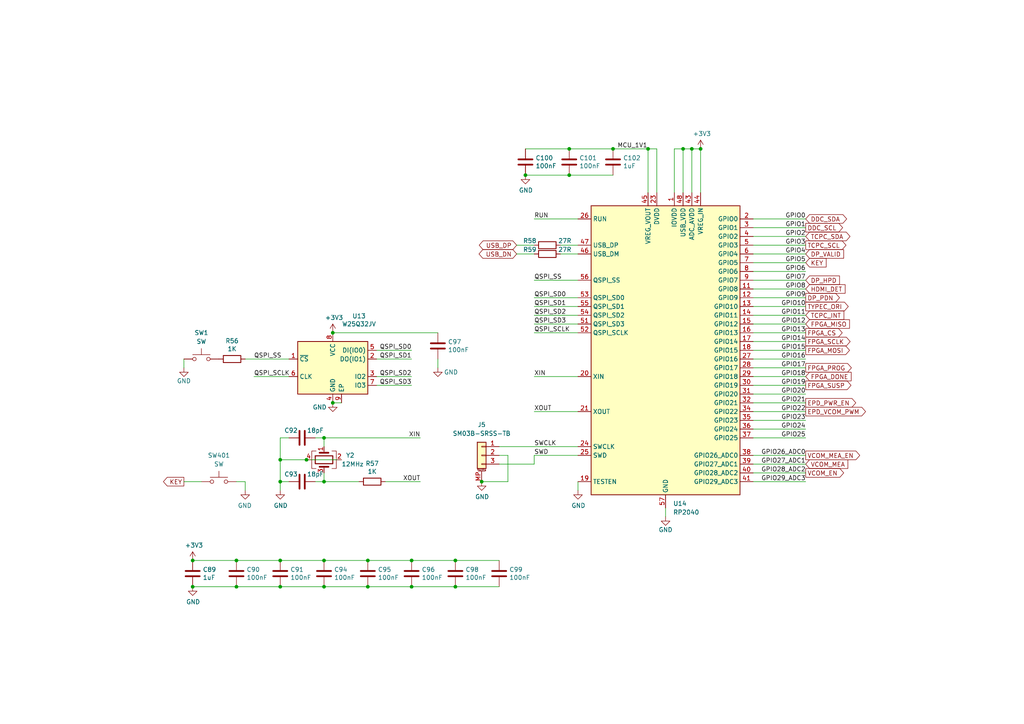
<source format=kicad_sch>
(kicad_sch (version 20230121) (generator eeschema)
  (paper "A4")
  (title_block (title "Caster EPDC") (date "2022-07-03") (rev "R0.4") (company "Copyright 2022 Modos / Engineer: Wenting Zhang"))
  (lib_symbols
    (symbol "Connector_Generic_MountingPin:Conn_01x03_MountingPin" (pin_names (offset 1.016) hide)
      (property "Reference" "J" (at 0 5.08 0))
      (property "Value" "Conn_01x03_MountingPin" (at 1.27 -5.08 0))
      (symbol "Conn_01x03_MountingPin_1_1"
        (rectangle (start -1.27 -2.413) (end 0 -2.667) (stroke (width 0.1524)))
        (rectangle (start -1.27 0.127) (end 0 -0.127) (stroke (width 0.1524)))
        (rectangle (start -1.27 2.667) (end 0 2.413) (stroke (width 0.1524)))
        (rectangle (start -1.27 3.81) (end 1.27 -3.81) (stroke (width 0.254)) (fill (type background)))
        (polyline (pts (xy -1.016 -4.572) (xy 1.016 -4.572)) (stroke (width 0.1524)))
        (text "Mounting" (at 0 -4.191 0) (effects (font (size 0.381 0.381))))
        (pin passive line (at -5.08 2.54 0) (length 3.81) (name "Pin_1") (number "1"))
        (pin passive line (at -5.08 0 0) (length 3.81) (name "Pin_2") (number "2"))
        (pin passive line (at -5.08 -2.54 0) (length 3.81) (name "Pin_3") (number "3"))
        (pin passive line (at 0 -7.62 90) (length 3.048) (name "MountPin") (number "MP"))
      )
    )
    (symbol "Device:C" (pin_numbers hide) (pin_names (offset 0.254))
      (property "Reference" "C" (at 0.635 2.54 0))
      (property "Value" "C" (at 0.635 -2.54 0))
      (symbol "C_0_1"
        (polyline (pts (xy -2.032 -0.762) (xy 2.032 -0.762)) (stroke (width 0.508)))
        (polyline (pts (xy -2.032 0.762) (xy 2.032 0.762)) (stroke (width 0.508)))
      )
      (symbol "C_1_1"
        (pin passive line (at 0 3.81 270) (length 2.794) (name "~") (number "1"))
        (pin passive line (at 0 -3.81 90) (length 2.794) (name "~") (number "2"))
      )
    )
    (symbol "Device:Crystal_GND24" (pin_names (offset 1.016) hide)
      (property "Reference" "Y" (at 3.175 5.08 0))
      (property "Value" "Crystal_GND24" (at 3.175 3.175 0))
      (symbol "Crystal_GND24_0_1"
        (rectangle (start -1.143 2.54) (end 1.143 -2.54) (stroke (width 0.3048)))
        (polyline (pts (xy -2.54 0) (xy -2.032 0)))
        (polyline (pts (xy -2.032 -1.27) (xy -2.032 1.27)) (stroke (width 0.508)))
        (polyline (pts (xy 0 -3.81) (xy 0 -3.556)))
        (polyline (pts (xy 0 3.556) (xy 0 3.81)))
        (polyline (pts (xy 2.032 -1.27) (xy 2.032 1.27)) (stroke (width 0.508)))
        (polyline (pts (xy 2.032 0) (xy 2.54 0)))
        (polyline (pts (xy -2.54 -2.286) (xy -2.54 -3.556) (xy 2.54 -3.556) (xy 2.54 -2.286)))
        (polyline (pts (xy -2.54 2.286) (xy -2.54 3.556) (xy 2.54 3.556) (xy 2.54 2.286)))
      )
      (symbol "Crystal_GND24_1_1"
        (pin passive line (at -3.81 0 0) (length 1.27) (name "1") (number "1"))
        (pin passive line (at 0 5.08 270) (length 1.27) (name "2") (number "2"))
        (pin passive line (at 3.81 0 180) (length 1.27) (name "3") (number "3"))
        (pin passive line (at 0 -5.08 90) (length 1.27) (name "4") (number "4"))
      )
    )
    (symbol "Device:R" (pin_numbers hide) (pin_names (offset 0))
      (property "Reference" "R" (at 2.032 0 90))
      (property "Value" "R" (at 0 0 90))
      (symbol "R_0_1"
        (rectangle (start -1.016 -2.54) (end 1.016 2.54) (stroke (width 0.254)))
      )
      (symbol "R_1_1"
        (pin passive line (at 0 3.81 270) (length 1.27) (name "~") (number "1"))
        (pin passive line (at 0 -3.81 90) (length 1.27) (name "~") (number "2"))
      )
    )
    (symbol "MCU_RaspberryPi:RP2040"
      (property "Reference" "U" (at 17.78 45.72 0))
      (property "Value" "RP2040" (at 17.78 43.18 0))
      (symbol "RP2040_0_1"
        (rectangle (start -21.59 41.91) (end 21.59 -41.91) (stroke (width 0.254)) (fill (type background)))
      )
      (symbol "RP2040_1_1"
        (pin power_in line (at 2.54 45.72 270) (length 3.81) (name "IOVDD") (number "1"))
        (pin passive line (at 2.54 45.72 270) (length 3.81) hide (name "IOVDD") (number "10"))
        (pin bidirectional line (at 25.4 17.78 180) (length 3.81) (name "GPIO8") (number "11"))
        (pin bidirectional line (at 25.4 15.24 180) (length 3.81) (name "GPIO9") (number "12"))
        (pin bidirectional line (at 25.4 12.7 180) (length 3.81) (name "GPIO10") (number "13"))
        (pin bidirectional line (at 25.4 10.16 180) (length 3.81) (name "GPIO11") (number "14"))
        (pin bidirectional line (at 25.4 7.62 180) (length 3.81) (name "GPIO12") (number "15"))
        (pin bidirectional line (at 25.4 5.08 180) (length 3.81) (name "GPIO13") (number "16"))
        (pin bidirectional line (at 25.4 2.54 180) (length 3.81) (name "GPIO14") (number "17"))
        (pin bidirectional line (at 25.4 0 180) (length 3.81) (name "GPIO15") (number "18"))
        (pin input line (at -25.4 -38.1 0) (length 3.81) (name "TESTEN") (number "19"))
        (pin bidirectional line (at 25.4 38.1 180) (length 3.81) (name "GPIO0") (number "2"))
        (pin input line (at -25.4 -7.62 0) (length 3.81) (name "XIN") (number "20"))
        (pin passive line (at -25.4 -17.78 0) (length 3.81) (name "XOUT") (number "21"))
        (pin passive line (at 2.54 45.72 270) (length 3.81) hide (name "IOVDD") (number "22"))
        (pin power_in line (at -2.54 45.72 270) (length 3.81) (name "DVDD") (number "23"))
        (pin input line (at -25.4 -27.94 0) (length 3.81) (name "SWCLK") (number "24"))
        (pin bidirectional line (at -25.4 -30.48 0) (length 3.81) (name "SWD") (number "25"))
        (pin input line (at -25.4 38.1 0) (length 3.81) (name "RUN") (number "26"))
        (pin bidirectional line (at 25.4 -2.54 180) (length 3.81) (name "GPIO16") (number "27"))
        (pin bidirectional line (at 25.4 -5.08 180) (length 3.81) (name "GPIO17") (number "28"))
        (pin bidirectional line (at 25.4 -7.62 180) (length 3.81) (name "GPIO18") (number "29"))
        (pin bidirectional line (at 25.4 35.56 180) (length 3.81) (name "GPIO1") (number "3"))
        (pin bidirectional line (at 25.4 -10.16 180) (length 3.81) (name "GPIO19") (number "30"))
        (pin bidirectional line (at 25.4 -12.7 180) (length 3.81) (name "GPIO20") (number "31"))
        (pin bidirectional line (at 25.4 -15.24 180) (length 3.81) (name "GPIO21") (number "32"))
        (pin passive line (at 2.54 45.72 270) (length 3.81) hide (name "IOVDD") (number "33"))
        (pin bidirectional line (at 25.4 -17.78 180) (length 3.81) (name "GPIO22") (number "34"))
        (pin bidirectional line (at 25.4 -20.32 180) (length 3.81) (name "GPIO23") (number "35"))
        (pin bidirectional line (at 25.4 -22.86 180) (length 3.81) (name "GPIO24") (number "36"))
        (pin bidirectional line (at 25.4 -25.4 180) (length 3.81) (name "GPIO25") (number "37"))
        (pin bidirectional line (at 25.4 -30.48 180) (length 3.81) (name "GPIO26_ADC0") (number "38"))
        (pin bidirectional line (at 25.4 -33.02 180) (length 3.81) (name "GPIO27_ADC1") (number "39"))
        (pin bidirectional line (at 25.4 33.02 180) (length 3.81) (name "GPIO2") (number "4"))
        (pin bidirectional line (at 25.4 -35.56 180) (length 3.81) (name "GPIO28_ADC2") (number "40"))
        (pin bidirectional line (at 25.4 -38.1 180) (length 3.81) (name "GPIO29_ADC3") (number "41"))
        (pin passive line (at 2.54 45.72 270) (length 3.81) hide (name "IOVDD") (number "42"))
        (pin power_in line (at 7.62 45.72 270) (length 3.81) (name "ADC_AVDD") (number "43"))
        (pin power_in line (at 10.16 45.72 270) (length 3.81) (name "VREG_IN") (number "44"))
        (pin power_out line (at -5.08 45.72 270) (length 3.81) (name "VREG_VOUT") (number "45"))
        (pin bidirectional line (at -25.4 27.94 0) (length 3.81) (name "USB_DM") (number "46"))
        (pin bidirectional line (at -25.4 30.48 0) (length 3.81) (name "USB_DP") (number "47"))
        (pin power_in line (at 5.08 45.72 270) (length 3.81) (name "USB_VDD") (number "48"))
        (pin passive line (at 2.54 45.72 270) (length 3.81) hide (name "IOVDD") (number "49"))
        (pin bidirectional line (at 25.4 30.48 180) (length 3.81) (name "GPIO3") (number "5"))
        (pin passive line (at -2.54 45.72 270) (length 3.81) hide (name "DVDD") (number "50"))
        (pin bidirectional line (at -25.4 7.62 0) (length 3.81) (name "QSPI_SD3") (number "51"))
        (pin output line (at -25.4 5.08 0) (length 3.81) (name "QSPI_SCLK") (number "52"))
        (pin bidirectional line (at -25.4 15.24 0) (length 3.81) (name "QSPI_SD0") (number "53"))
        (pin bidirectional line (at -25.4 10.16 0) (length 3.81) (name "QSPI_SD2") (number "54"))
        (pin bidirectional line (at -25.4 12.7 0) (length 3.81) (name "QSPI_SD1") (number "55"))
        (pin bidirectional line (at -25.4 20.32 0) (length 3.81) (name "QSPI_SS") (number "56"))
        (pin power_in line (at 0 -45.72 90) (length 3.81) (name "GND") (number "57"))
        (pin bidirectional line (at 25.4 27.94 180) (length 3.81) (name "GPIO4") (number "6"))
        (pin bidirectional line (at 25.4 25.4 180) (length 3.81) (name "GPIO5") (number "7"))
        (pin bidirectional line (at 25.4 22.86 180) (length 3.81) (name "GPIO6") (number "8"))
        (pin bidirectional line (at 25.4 20.32 180) (length 3.81) (name "GPIO7") (number "9"))
      )
    )
    (symbol "Memory_Flash:W25Q32JVZP"
      (property "Reference" "U" (at -8.89 8.89 0))
      (property "Value" "W25Q32JVZP" (at 7.62 8.89 0))
      (symbol "W25Q32JVZP_0_1"
        (rectangle (start -10.16 7.62) (end 10.16 -7.62) (stroke (width 0.254)) (fill (type background)))
      )
      (symbol "W25Q32JVZP_1_1"
        (pin input line (at -12.7 2.54 0) (length 2.54) (name "~{CS}") (number "1"))
        (pin bidirectional line (at 12.7 2.54 180) (length 2.54) (name "DO(IO1)") (number "2"))
        (pin bidirectional line (at 12.7 -2.54 180) (length 2.54) (name "IO2") (number "3"))
        (pin power_in line (at 0 -10.16 90) (length 2.54) (name "GND") (number "4"))
        (pin bidirectional line (at 12.7 5.08 180) (length 2.54) (name "DI(IO0)") (number "5"))
        (pin input line (at -12.7 -2.54 0) (length 2.54) (name "CLK") (number "6"))
        (pin bidirectional line (at 12.7 -5.08 180) (length 2.54) (name "IO3") (number "7"))
        (pin power_in line (at 0 10.16 270) (length 2.54) (name "VCC") (number "8"))
        (pin passive line (at 2.54 -10.16 90) (length 2.54) (name "EP") (number "9"))
      )
    )
    (symbol "Switch:SW_Push" (pin_numbers hide) (pin_names (offset 1.016) hide)
      (property "Reference" "SW" (at 1.27 2.54 0))
      (property "Value" "SW_Push" (at 0 -1.524 0))
      (symbol "SW_Push_0_1"
        (circle (center -2.032 0) (radius 0.508))
        (polyline (pts (xy 0 1.27) (xy 0 3.048)))
        (polyline (pts (xy 2.54 1.27) (xy -2.54 1.27)))
        (circle (center 2.032 0) (radius 0.508))
        (pin passive line (at -5.08 0 0) (length 2.54) (name "1") (number "1"))
        (pin passive line (at 5.08 0 180) (length 2.54) (name "2") (number "2"))
      )
    )
    (symbol "power:+3V3" (power) (pin_names (offset 0))
      (property "Value" "+3V3" (at 0 3.556 0))
      (symbol "+3V3_0_1"
        (polyline (pts (xy -0.762 1.27) (xy 0 2.54)))
        (polyline (pts (xy 0 0) (xy 0 2.54)))
        (polyline (pts (xy 0 2.54) (xy 0.762 1.27)))
      )
      (symbol "+3V3_1_1"
        (pin power_in line (at 0 0 90) (length 0) hide (name "+3V3") (number "1"))
      )
    )
    (symbol "power:GND" (power) (pin_names (offset 0))
      (property "Value" "GND" (at 0 -3.81 0))
      (symbol "GND_0_1"
        (polyline (pts (xy 0 0) (xy 0 -1.27) (xy 1.27 -1.27) (xy 0 -2.54) (xy -1.27 -1.27) (xy 0 -1.27)))
      )
      (symbol "GND_1_1"
        (pin power_in line (at 0 0 270) (length 0) hide (name "GND") (number "1"))
      )
    )
  )
  (junction (at 139.7 139.7))
  (junction (at 187.96 43.18) (diameter 0.9144))
  (junction (at 81.28 170.18) (diameter 0.9144))
  (junction (at 177.8 43.18))
  (junction (at 119.38 170.18) (diameter 0.9144))
  (junction (at 152.4 50.8))
  (junction (at 93.98 139.7) (diameter 0.9144))
  (junction (at 93.98 162.56) (diameter 0.9144))
  (junction (at 132.08 162.56) (diameter 0.9144))
  (junction (at 106.68 170.18) (diameter 0.9144))
  (junction (at 88.9 133.35) (diameter 0.9144))
  (junction (at 55.88 170.18) (diameter 0.9144))
  (junction (at 119.38 162.56) (diameter 0.9144))
  (junction (at 93.98 127) (diameter 0.9144))
  (junction (at 96.52 96.52))
  (junction (at 68.58 162.56) (diameter 0.9144))
  (junction (at 165.1 50.8) (diameter 0.9144))
  (junction (at 68.58 170.18) (diameter 0.9144))
  (junction (at 81.28 133.35) (diameter 0.9144))
  (junction (at 81.28 139.7) (diameter 0.9144))
  (junction (at 203.2 43.18) (diameter 0.9144))
  (junction (at 165.1 43.18) (diameter 0.9144))
  (junction (at 198.12 43.18))
  (junction (at 81.28 162.56) (diameter 0.9144))
  (junction (at 106.68 162.56) (diameter 0.9144))
  (junction (at 200.66 43.18))
  (junction (at 93.98 170.18) (diameter 0.9144))
  (junction (at 132.08 170.18) (diameter 0.9144))
  (junction (at 55.88 162.56) (diameter 0.9144))
  (junction (at 96.52 116.84))
  (wire (pts (xy 218.44 66.04) (xy 233.68 66.04)))
  (wire (pts (xy 127 104.14) (xy 127 106.68)))
  (wire (pts (xy 152.4 43.18) (xy 165.1 43.18)))
  (wire (pts (xy 218.44 127) (xy 233.68 127)))
  (wire (pts (xy 144.78 132.08) (xy 147.32 132.08)))
  (wire (pts (xy 198.12 43.18) (xy 200.66 43.18)))
  (wire (pts (xy 93.98 129.54) (xy 93.98 127)))
  (wire (pts (xy 144.78 134.62) (xy 154.94 134.62)))
  (wire (pts (xy 149.86 73.66) (xy 154.94 73.66)))
  (wire (pts (xy 167.64 81.28) (xy 154.94 81.28)))
  (wire (pts (xy 53.34 139.7) (xy 58.42 139.7)))
  (wire (pts (xy 203.2 43.18) (xy 203.2 55.88)))
  (wire (pts (xy 200.66 55.88) (xy 200.66 43.18)))
  (wire (pts (xy 96.52 116.84) (xy 99.06 116.84)))
  (wire (pts (xy 111.76 139.7) (xy 121.92 139.7)))
  (wire (pts (xy 106.68 170.18) (xy 119.38 170.18)))
  (wire (pts (xy 81.28 139.7) (xy 83.82 139.7)))
  (wire (pts (xy 167.64 132.08) (xy 154.94 132.08)))
  (wire (pts (xy 93.98 139.7) (xy 91.44 139.7)))
  (wire (pts (xy 187.96 43.18) (xy 187.96 55.88)))
  (wire (pts (xy 81.28 139.7) (xy 81.28 142.24)))
  (wire (pts (xy 218.44 73.66) (xy 233.68 73.66)))
  (wire (pts (xy 190.5 43.18) (xy 187.96 43.18)))
  (wire (pts (xy 167.64 139.7) (xy 167.64 142.24)))
  (wire (pts (xy 167.64 119.38) (xy 154.94 119.38)))
  (wire (pts (xy 218.44 111.76) (xy 233.68 111.76)))
  (wire (pts (xy 218.44 93.98) (xy 233.68 93.98)))
  (wire (pts (xy 109.22 104.14) (xy 119.38 104.14)))
  (wire (pts (xy 152.4 50.8) (xy 165.1 50.8)))
  (wire (pts (xy 198.12 55.88) (xy 198.12 43.18)))
  (wire (pts (xy 81.28 162.56) (xy 93.98 162.56)))
  (wire (pts (xy 91.44 127) (xy 93.98 127)))
  (wire (pts (xy 218.44 114.3) (xy 233.68 114.3)))
  (wire (pts (xy 93.98 127) (xy 121.92 127)))
  (wire (pts (xy 218.44 71.12) (xy 233.68 71.12)))
  (wire (pts (xy 154.94 63.5) (xy 167.64 63.5)))
  (wire (pts (xy 81.28 127) (xy 81.28 133.35)))
  (wire (pts (xy 99.06 133.35) (xy 88.9 133.35)))
  (wire (pts (xy 218.44 78.74) (xy 233.68 78.74)))
  (wire (pts (xy 81.28 133.35) (xy 88.9 133.35)))
  (wire (pts (xy 53.34 104.14) (xy 53.34 106.68)))
  (wire (pts (xy 132.08 170.18) (xy 144.78 170.18)))
  (wire (pts (xy 144.78 129.54) (xy 167.64 129.54)))
  (wire (pts (xy 106.68 162.56) (xy 119.38 162.56)))
  (wire (pts (xy 218.44 83.82) (xy 233.68 83.82)))
  (wire (pts (xy 93.98 137.16) (xy 93.98 139.7)))
  (wire (pts (xy 132.08 162.56) (xy 144.78 162.56)))
  (wire (pts (xy 165.1 50.8) (xy 177.8 50.8)))
  (wire (pts (xy 154.94 109.22) (xy 167.64 109.22)))
  (wire (pts (xy 154.94 93.98) (xy 167.64 93.98)))
  (wire (pts (xy 193.04 147.32) (xy 193.04 149.86)))
  (wire (pts (xy 147.32 139.7) (xy 139.7 139.7)))
  (wire (pts (xy 218.44 76.2) (xy 233.68 76.2)))
  (wire (pts (xy 154.94 134.62) (xy 154.94 132.08)))
  (wire (pts (xy 162.56 71.12) (xy 167.64 71.12)))
  (wire (pts (xy 218.44 99.06) (xy 233.68 99.06)))
  (wire (pts (xy 218.44 134.62) (xy 233.68 134.62)))
  (wire (pts (xy 68.58 162.56) (xy 81.28 162.56)))
  (wire (pts (xy 218.44 63.5) (xy 233.68 63.5)))
  (wire (pts (xy 218.44 68.58) (xy 233.68 68.58)))
  (wire (pts (xy 165.1 43.18) (xy 177.8 43.18)))
  (wire (pts (xy 218.44 104.14) (xy 233.68 104.14)))
  (wire (pts (xy 218.44 119.38) (xy 233.68 119.38)))
  (wire (pts (xy 83.82 127) (xy 81.28 127)))
  (wire (pts (xy 218.44 96.52) (xy 233.68 96.52)))
  (wire (pts (xy 93.98 170.18) (xy 106.68 170.18)))
  (wire (pts (xy 119.38 162.56) (xy 132.08 162.56)))
  (wire (pts (xy 195.58 43.18) (xy 198.12 43.18)))
  (wire (pts (xy 190.5 55.88) (xy 190.5 43.18)))
  (wire (pts (xy 218.44 121.92) (xy 233.68 121.92)))
  (wire (pts (xy 177.8 43.18) (xy 187.96 43.18)))
  (wire (pts (xy 55.88 170.18) (xy 68.58 170.18)))
  (wire (pts (xy 93.98 162.56) (xy 106.68 162.56)))
  (wire (pts (xy 218.44 132.08) (xy 233.68 132.08)))
  (wire (pts (xy 218.44 137.16) (xy 233.68 137.16)))
  (wire (pts (xy 71.12 139.7) (xy 71.12 142.24)))
  (wire (pts (xy 218.44 124.46) (xy 233.68 124.46)))
  (wire (pts (xy 104.14 139.7) (xy 93.98 139.7)))
  (wire (pts (xy 167.64 96.52) (xy 154.94 96.52)))
  (wire (pts (xy 218.44 139.7) (xy 233.68 139.7)))
  (wire (pts (xy 149.86 71.12) (xy 154.94 71.12)))
  (wire (pts (xy 55.88 162.56) (xy 68.58 162.56)))
  (wire (pts (xy 218.44 86.36) (xy 233.68 86.36)))
  (wire (pts (xy 109.22 101.6) (xy 119.38 101.6)))
  (wire (pts (xy 96.52 96.52) (xy 127 96.52)))
  (wire (pts (xy 218.44 109.22) (xy 233.68 109.22)))
  (wire (pts (xy 218.44 116.84) (xy 233.68 116.84)))
  (wire (pts (xy 109.22 109.22) (xy 119.38 109.22)))
  (wire (pts (xy 73.66 109.22) (xy 83.82 109.22)))
  (wire (pts (xy 71.12 104.14) (xy 83.82 104.14)))
  (wire (pts (xy 154.94 86.36) (xy 167.64 86.36)))
  (wire (pts (xy 162.56 73.66) (xy 167.64 73.66)))
  (wire (pts (xy 81.28 170.18) (xy 93.98 170.18)))
  (wire (pts (xy 218.44 88.9) (xy 233.68 88.9)))
  (wire (pts (xy 81.28 133.35) (xy 81.28 139.7)))
  (wire (pts (xy 147.32 132.08) (xy 147.32 139.7)))
  (wire (pts (xy 218.44 106.68) (xy 233.68 106.68)))
  (wire (pts (xy 218.44 101.6) (xy 233.68 101.6)))
  (wire (pts (xy 195.58 43.18) (xy 195.58 55.88)))
  (wire (pts (xy 68.58 170.18) (xy 81.28 170.18)))
  (wire (pts (xy 218.44 81.28) (xy 233.68 81.28)))
  (wire (pts (xy 200.66 43.18) (xy 203.2 43.18)))
  (wire (pts (xy 119.38 170.18) (xy 132.08 170.18)))
  (wire (pts (xy 68.58 139.7) (xy 71.12 139.7)))
  (wire (pts (xy 154.94 91.44) (xy 167.64 91.44)))
  (wire (pts (xy 109.22 111.76) (xy 119.38 111.76)))
  (wire (pts (xy 154.94 88.9) (xy 167.64 88.9)))
  (wire (pts (xy 218.44 91.44) (xy 233.68 91.44)))
  (label "XIN" (at 121.92 127 180))
  (label "QSPI_SD2" (at 119.38 109.22 180))
  (label "QSPI_SD0" (at 154.94 86.36 0))
  (label "GPIO4" (at 233.68 73.66 180))
  (label "QSPI_SD3" (at 119.38 111.76 180))
  (label "XOUT" (at 121.92 139.7 180))
  (label "GPIO27_ADC1" (at 233.68 134.62 180))
  (label "GPIO13" (at 233.68 96.52 180))
  (label "QSPI_SD0" (at 119.38 101.6 180))
  (label "GPIO23" (at 233.68 121.92 180))
  (label "QSPI_SS" (at 73.66 104.14 0))
  (label "GPIO11" (at 233.68 91.44 180))
  (label "GPIO20" (at 233.68 114.3 180))
  (label "XIN" (at 154.94 109.22 0))
  (label "GPIO14" (at 233.68 99.06 180))
  (label "QSPI_SD1" (at 154.94 88.9 0))
  (label "GPIO5" (at 233.68 76.2 180))
  (label "GPIO16" (at 233.68 104.14 180))
  (label "GPIO26_ADC0" (at 233.68 132.08 180))
  (label "GPIO0" (at 233.68 63.5 180))
  (label "GPIO9" (at 233.68 86.36 180))
  (label "GPIO7" (at 233.68 81.28 180))
  (label "XOUT" (at 154.94 119.38 0))
  (label "QSPI_SCLK" (at 73.66 109.22 0))
  (label "GPIO21" (at 233.68 116.84 180))
  (label "GPIO22" (at 233.68 119.38 180))
  (label "QSPI_SD1" (at 119.38 104.14 180))
  (label "SWCLK" (at 154.94 129.54 0))
  (label "GPIO18" (at 233.68 109.22 180))
  (label "GPIO6" (at 233.68 78.74 180))
  (label "SWD" (at 154.94 132.08 0))
  (label "RUN" (at 154.94 63.5 0))
  (label "GPIO15" (at 233.68 101.6 180))
  (label "GPIO10" (at 233.68 88.9 180))
  (label "QSPI_SS" (at 154.94 81.28 0))
  (label "GPIO12" (at 233.68 93.98 180))
  (label "GPIO19" (at 233.68 111.76 180))
  (label "GPIO24" (at 233.68 124.46 180))
  (label "QSPI_SD2" (at 154.94 91.44 0))
  (label "GPIO8" (at 233.68 83.82 180))
  (label "QSPI_SCLK" (at 154.94 96.52 0))
  (label "QSPI_SD3" (at 154.94 93.98 0))
  (label "GPIO17" (at 233.68 106.68 180))
  (label "MCU_1V1" (at 179.07 43.18 0))
  (label "GPIO1" (at 233.68 66.04 180))
  (label "GPIO28_ADC2" (at 233.68 137.16 180))
  (label "GPIO2" (at 233.68 68.58 180))
  (label "GPIO3" (at 233.68 71.12 180))
  (label "GPIO29_ADC3" (at 233.68 139.7 180))
  (label "GPIO25" (at 233.68 127 180))
  (global_label "DP_VALID" (shape input) (at 233.68 73.66 0) (property "Intersheetrefs" "${INTERSHEET_REFS}" (effects hide)))
  (global_label "VCOM_MEA_EN" (shape output) (at 233.68 132.08 0) (property "Intersheetrefs" "${INTERSHEET_REFS}" (effects hide)))
  (global_label "TCPC_SDA" (shape bidirectional) (at 233.68 68.58 0) (property "Intersheetrefs" "${INTERSHEET_REFS}" (effects hide)))
  (global_label "DDC_SCL" (shape output) (at 233.68 66.04 0) (property "Intersheetrefs" "${INTERSHEET_REFS}" (effects hide)))
  (global_label "TCPC_INT" (shape input) (at 233.68 91.44 0) (property "Intersheetrefs" "${INTERSHEET_REFS}" (effects hide)))
  (global_label "FPGA_MISO" (shape input) (at 233.68 93.98 0) (property "Intersheetrefs" "${INTERSHEET_REFS}" (effects hide)))
  (global_label "TYPEC_ORI" (shape output) (at 233.68 88.9 0) (property "Intersheetrefs" "${INTERSHEET_REFS}" (effects hide)))
  (global_label "FPGA_CS" (shape output) (at 233.68 96.52 0) (property "Intersheetrefs" "${INTERSHEET_REFS}" (effects hide)))
  (global_label "KEY" (shape output) (at 53.34 139.7 180) (property "Intersheetrefs" "${INTERSHEET_REFS}" (effects hide)))
  (global_label "FPGA_SUSP" (shape output) (at 233.68 111.76 0) (property "Intersheetrefs" "${INTERSHEET_REFS}" (effects hide)))
  (global_label "TCPC_SCL" (shape output) (at 233.68 71.12 0) (property "Intersheetrefs" "${INTERSHEET_REFS}" (effects hide)))
  (global_label "HDMI_DET" (shape input) (at 233.68 83.82 0) (property "Intersheetrefs" "${INTERSHEET_REFS}" (effects hide)))
  (global_label "FPGA_SCLK" (shape output) (at 233.68 99.06 0) (property "Intersheetrefs" "${INTERSHEET_REFS}" (effects hide)))
  (global_label "USB_DP" (shape bidirectional) (at 149.86 71.12 180) (property "Intersheetrefs" "${INTERSHEET_REFS}" (effects hide)))
  (global_label "DDC_SDA" (shape bidirectional) (at 233.68 63.5 0) (property "Intersheetrefs" "${INTERSHEET_REFS}" (effects hide)))
  (global_label "KEY" (shape input) (at 233.68 76.2 0) (property "Intersheetrefs" "${INTERSHEET_REFS}" (effects hide)))
  (global_label "EPD_PWR_EN" (shape output) (at 233.68 116.84 0) (property "Intersheetrefs" "${INTERSHEET_REFS}" (effects hide)))
  (global_label "USB_DN" (shape bidirectional) (at 149.86 73.66 180) (property "Intersheetrefs" "${INTERSHEET_REFS}" (effects hide)))
  (global_label "FPGA_PROG" (shape output) (at 233.68 106.68 0) (property "Intersheetrefs" "${INTERSHEET_REFS}" (effects hide)))
  (global_label "FPGA_DONE" (shape input) (at 233.68 109.22 0) (property "Intersheetrefs" "${INTERSHEET_REFS}" (effects hide)))
  (global_label "FPGA_MOSI" (shape output) (at 233.68 101.6 0) (property "Intersheetrefs" "${INTERSHEET_REFS}" (effects hide)))
  (global_label "DP_PDN" (shape output) (at 233.68 86.36 0) (property "Intersheetrefs" "${INTERSHEET_REFS}" (effects hide)))
  (global_label "DP_HPD" (shape input) (at 233.68 81.28 0) (property "Intersheetrefs" "${INTERSHEET_REFS}" (effects hide)))
  (global_label "VCOM_MEA" (shape input) (at 233.68 134.62 0) (property "Intersheetrefs" "${INTERSHEET_REFS}" (effects hide)))
  (global_label "EPD_VCOM_PWM" (shape output) (at 233.68 119.38 0) (property "Intersheetrefs" "${INTERSHEET_REFS}" (effects hide)))
  (global_label "VCOM_EN" (shape output) (at 233.68 137.16 0) (property "Intersheetrefs" "${INTERSHEET_REFS}" (effects hide)))
  (symbol (lib_id "Device:C") (at 81.28 166.37 0) (unit 1)
    (property "Reference" "C91" (at 84.201 165.2016 0) (effects (justify left)))
    (property "Value" "100nF" (at 84.201 167.513 0) (effects (justify left)))
    (property "Footprint" "Capacitor_SMD:C_0402_1005Metric" (effects hide))
  )
  (symbol (lib_id "power:GND") (at 152.4 50.8 0) (unit 1)
    (property "Reference" "#PWR0137" (effects hide))
    (property "Value" "GND" (at 152.527 55.1942 0))
  )
  (symbol (lib_id "Switch:SW_Push") (at 58.42 104.14 0) (mirror y) (unit 1)
    (property "Reference" "SW1" (at 58.42 96.52 0))
    (property "Value" "SW" (at 58.42 99.06 0))
    (property "Footprint" "Button_Switch_SMD:Panasonic_EVQPUL_EVQPUC" (effects hide))
  )
  (symbol (lib_id "power:GND") (at 167.64 142.24 0) (unit 1)
    (property "Reference" "#PWR0138" (effects hide))
    (property "Value" "GND" (at 167.767 146.6342 0))
  )
  (symbol (lib_id "Device:R") (at 107.95 139.7 270) (unit 1)
    (property "Reference" "R57" (at 107.95 134.4422 90))
    (property "Value" "1K" (at 107.95 136.7536 90))
    (property "Footprint" "Resistor_SMD:R_0402_1005Metric" (effects hide))
  )
  (symbol (lib_id "power:+3V3") (at 203.2 43.18 0) (unit 1)
    (property "Reference" "#PWR0140" (effects hide))
    (property "Value" "+3V3" (at 203.581 38.7858 0))
  )
  (symbol (lib_id "Device:C") (at 93.98 166.37 0) (unit 1)
    (property "Reference" "C94" (at 96.901 165.2016 0) (effects (justify left)))
    (property "Value" "100nF" (at 96.901 167.513 0) (effects (justify left)))
    (property "Footprint" "Capacitor_SMD:C_0402_1005Metric" (effects hide))
  )
  (symbol (lib_id "power:GND") (at 81.28 142.24 0) (unit 1)
    (property "Reference" "#PWR0133" (effects hide))
    (property "Value" "GND" (at 81.407 146.6342 0))
  )
  (symbol (lib_id "Device:C") (at 119.38 166.37 0) (unit 1)
    (property "Reference" "C96" (at 122.301 165.2016 0) (effects (justify left)))
    (property "Value" "100nF" (at 122.301 167.513 0) (effects (justify left)))
    (property "Footprint" "Capacitor_SMD:C_0402_1005Metric" (effects hide))
  )
  (symbol (lib_id "Device:C") (at 68.58 166.37 0) (unit 1)
    (property "Reference" "C90" (at 71.501 165.2016 0) (effects (justify left)))
    (property "Value" "100nF" (at 71.501 167.513 0) (effects (justify left)))
    (property "Footprint" "Capacitor_SMD:C_0402_1005Metric" (effects hide))
  )
  (symbol (lib_id "Device:C") (at 55.88 166.37 0) (unit 1)
    (property "Reference" "C89" (at 58.801 165.202 0) (effects (justify left)))
    (property "Value" "1uF" (at 58.801 167.513 0) (effects (justify left)))
    (property "Footprint" "Capacitor_SMD:C_0402_1005Metric" (effects hide))
  )
  (symbol (lib_id "power:GND") (at 193.04 149.86 0) (unit 1)
    (property "Reference" "#PWR0139" (effects hide))
    (property "Value" "GND" (at 193.04 153.67 0))
  )
  (symbol (lib_id "Device:C") (at 165.1 46.99 0) (unit 1)
    (property "Reference" "C101" (at 168.021 45.8216 0) (effects (justify left)))
    (property "Value" "100nF" (at 168.021 48.133 0) (effects (justify left)))
    (property "Footprint" "Capacitor_SMD:C_0402_1005Metric" (effects hide))
  )
  (symbol (lib_id "Device:C") (at 127 100.33 0) (unit 1)
    (property "Reference" "C97" (at 129.921 99.1616 0) (effects (justify left)))
    (property "Value" "100nF" (at 129.921 101.473 0) (effects (justify left)))
    (property "Footprint" "Capacitor_SMD:C_0402_1005Metric" (effects hide))
  )
  (symbol (lib_id "power:GND") (at 53.34 106.68 0) (unit 1)
    (property "Reference" "#PWR0129" (effects hide))
    (property "Value" "GND" (at 53.34 110.49 0))
  )
  (symbol (lib_id "Device:R") (at 158.75 73.66 90) (mirror x) (unit 1)
    (property "Reference" "R59" (at 153.67 72.39 90))
    (property "Value" "27R" (at 163.83 72.39 90))
    (property "Footprint" "Resistor_SMD:R_0402_1005Metric" (effects hide))
  )
  (symbol (lib_id "Device:C") (at 132.08 166.37 0) (unit 1)
    (property "Reference" "C98" (at 135.001 165.2016 0) (effects (justify left)))
    (property "Value" "100nF" (at 135.001 167.513 0) (effects (justify left)))
    (property "Footprint" "Capacitor_SMD:C_0402_1005Metric" (effects hide))
  )
  (symbol (lib_id "power:+3V3") (at 55.88 162.56 0) (unit 1)
    (property "Reference" "#PWR0130" (effects hide))
    (property "Value" "+3V3" (at 56.261 158.1658 0))
  )
  (symbol (lib_id "Device:C") (at 106.68 166.37 0) (unit 1)
    (property "Reference" "C95" (at 109.601 165.2016 0) (effects (justify left)))
    (property "Value" "100nF" (at 109.601 167.513 0) (effects (justify left)))
    (property "Footprint" "Capacitor_SMD:C_0402_1005Metric" (effects hide))
  )
  (symbol (lib_id "Device:C") (at 87.63 127 270) (unit 1)
    (property "Reference" "C92" (at 82.4484 124.841 90) (effects (justify left)))
    (property "Value" "18pF" (at 89.027 124.841 90) (effects (justify left)))
    (property "Footprint" "Capacitor_SMD:C_0402_1005Metric" (effects hide))
  )
  (symbol (lib_id "power:GND") (at 127 106.68 0) (unit 1)
    (property "Reference" "#PWR0136" (effects hide))
    (property "Value" "GND" (at 130.81 107.95 0))
  )
  (symbol (lib_id "power:GND") (at 71.12 142.24 0) (mirror y) (unit 1)
    (property "Reference" "#PWR0463" (effects hide))
    (property "Value" "GND" (at 70.993 146.6342 0))
    (instances (project "pcb" (path "" (reference "#PWR0463") (unit 1)) (path "" (reference "#PWR0132") (unit 1))))
  )
  (symbol (lib_id "Device:R") (at 67.31 104.14 270) (unit 1)
    (property "Reference" "R56" (at 67.31 98.8822 90))
    (property "Value" "1K" (at 67.31 101.1936 90))
    (property "Footprint" "Resistor_SMD:R_0402_1005Metric" (effects hide))
  )
  (symbol (lib_id "Device:C") (at 177.8 46.99 0) (unit 1)
    (property "Reference" "C102" (at 180.721 45.8216 0) (effects (justify left)))
    (property "Value" "1uF" (at 180.721 48.133 0) (effects (justify left)))
    (property "Footprint" "Capacitor_SMD:C_0402_1005Metric" (effects hide))
  )
  (symbol (lib_id "power:GND") (at 55.88 170.18 0) (unit 1)
    (property "Reference" "#PWR0131" (effects hide))
    (property "Value" "GND" (at 56.007 174.5742 0))
  )
  (symbol (lib_id "power:GND") (at 139.7 139.7 0) (unit 1)
    (property "Reference" "#PWR0144" (effects hide))
    (property "Value" "GND" (at 139.827 144.0942 0))
  )
  (symbol (lib_id "Switch:SW_Push") (at 63.5 139.7 0) (unit 1)
    (property "Reference" "SW401" (at 63.5 132.08 0))
    (property "Value" "SW" (at 63.5 134.62 0))
    (property "Footprint" "Button_Switch_SMD:Panasonic_EVQPUL_EVQPUC" (effects hide))
    (instances (project "pcb" (path "" (reference "SW401") (unit 1)) (path "" (reference "SW2") (unit 1))))
  )
  (symbol (lib_id "Memory_Flash:W25Q32JVZP") (at 96.52 106.68 0) (unit 1)
    (property "Reference" "U13" (at 104.14 91.669 0))
    (property "Value" "W25Q32JV" (at 104.14 93.98 0))
    (property "Footprint" "Package_SON:WSON-8-1EP_6x5mm_P1.27mm_EP3.4x4.3mm" (effects hide))
    (property "Datasheet" "http://www.winbond.com/resource-files/w25q32jv%20revg%2003272018%20plus.pdf" (effects hide))
    (property "LCSC" "C571260" (effects hide))
    (property "Ref.Price" "0.9559" (effects hide))
  )
  (symbol (lib_id "power:+3V3") (at 96.52 96.52 0) (unit 1)
    (property "Reference" "#PWR0134" (effects hide))
    (property "Value" "+3V3" (at 96.901 92.1258 0))
  )
  (symbol (lib_id "Device:C") (at 87.63 139.7 270) (unit 1)
    (property "Reference" "C93" (at 82.4484 137.541 90) (effects (justify left)))
    (property "Value" "18pF" (at 89.027 137.541 90) (effects (justify left)))
    (property "Footprint" "Capacitor_SMD:C_0402_1005Metric" (effects hide))
  )
  (symbol (lib_id "power:GND") (at 96.52 116.84 0) (unit 1)
    (property "Reference" "#PWR0135" (effects hide))
    (property "Value" "GND" (at 92.71 118.11 0))
  )
  (symbol (lib_id "Device:C") (at 152.4 46.99 0) (unit 1)
    (property "Reference" "C100" (at 155.321 45.8216 0) (effects (justify left)))
    (property "Value" "100nF" (at 155.321 48.133 0) (effects (justify left)))
    (property "Footprint" "Capacitor_SMD:C_0402_1005Metric" (effects hide))
  )
  (symbol (lib_id "Device:C") (at 144.78 166.37 0) (unit 1)
    (property "Reference" "C99" (at 147.701 165.2016 0) (effects (justify left)))
    (property "Value" "100nF" (at 147.701 167.513 0) (effects (justify left)))
    (property "Footprint" "Capacitor_SMD:C_0402_1005Metric" (effects hide))
  )
  (symbol (lib_id "Connector_Generic_MountingPin:Conn_01x03_MountingPin") (at 139.7 132.08 0) (mirror y) (unit 1)
    (property "Reference" "J5" (at 139.7 123.19 0))
    (property "Value" "SM03B-SRSS-TB" (at 139.7 125.73 0))
    (property "Footprint" "Connector_JST:JST_SH_SM03B-SRSS-TB_1x03-1MP_P1.00mm_Horizontal" (effects hide))
  )
  (symbol (lib_id "Device:R") (at 158.75 71.12 90) (mirror x) (unit 1)
    (property "Reference" "R58" (at 153.67 69.85 90))
    (property "Value" "27R" (at 163.83 69.85 90))
    (property "Footprint" "Resistor_SMD:R_0402_1005Metric" (effects hide))
  )
  (symbol (lib_id "Device:Crystal_GND24") (at 93.98 133.35 270) (unit 1)
    (property "Reference" "Y2" (at 100.33 132.08 90) (effects (justify left)))
    (property "Value" "12MHz" (at 99.06 134.62 90) (effects (justify left)))
    (property "Footprint" "Oscillator:Oscillator_SMD_Abracon_ASE-4Pin_3.2x2.5mm" (effects hide))
  )
  (symbol (lib_id "MCU_RaspberryPi:RP2040") (at 193.04 101.6 0) (unit 1)
    (property "Reference" "U14" (at 195.2341 146.05 0) (effects (justify left)))
    (property "Value" "RP2040" (at 195.2341 148.59 0) (effects (justify left)))
    (property "Footprint" "footprints:RP2040-QFN-56" (effects hide))
    (property "Datasheet" "https://datasheets.raspberrypi.com/rp2040/rp2040-datasheet.pdf" (effects hide))
  )
)
</source>
